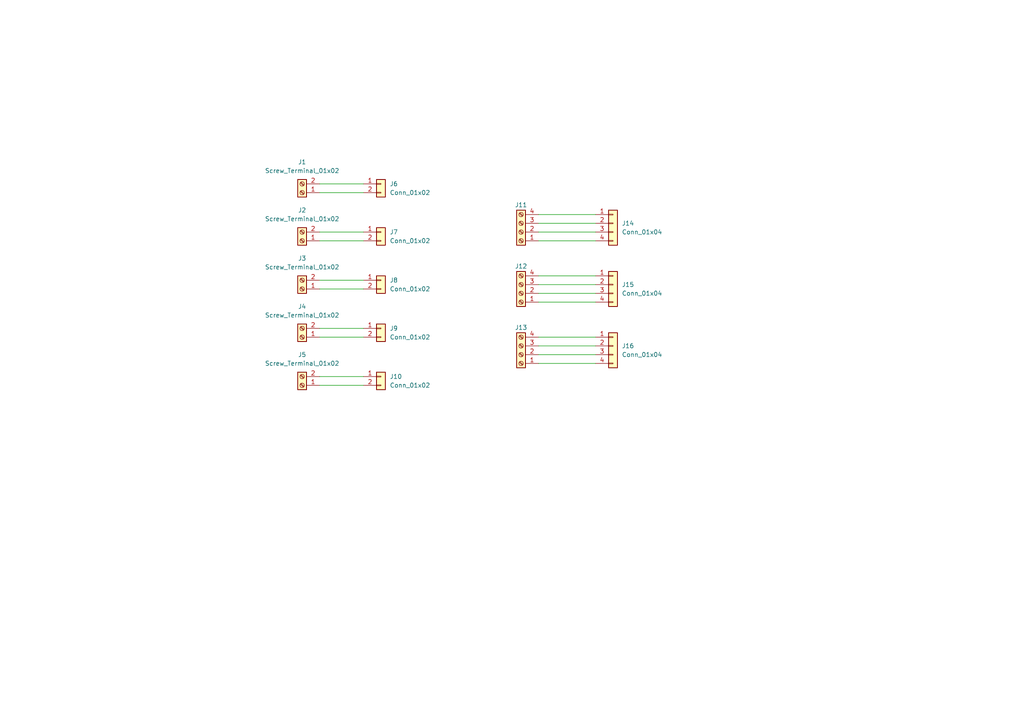
<source format=kicad_sch>
(kicad_sch (version 20250114) (generator "eeschema") (generator_version "9.0")
  (paper "A4")
  (lib_symbols
    (symbol "Connector:Screw_Terminal_01x02" (pin_names (offset 1.016) (hide yes))
      (property "Reference" "J" (at 0 2.54 0))
      (property "Value" "Screw_Terminal_01x02" (at 0 -5.08 0))
      (symbol "Screw_Terminal_01x02_1_1"
        (rectangle (start -1.27 1.27) (end 1.27 -3.81) (stroke (width 0.254)) (fill (type background)))
        (polyline (pts (xy -0.5334 0.3302) (xy 0.3302 -0.508)) (stroke (width 0.1524)))
        (polyline (pts (xy -0.5334 -2.2098) (xy 0.3302 -3.048)) (stroke (width 0.1524)))
        (polyline (pts (xy -0.3556 0.508) (xy 0.508 -0.3302)) (stroke (width 0.1524)))
        (polyline (pts (xy -0.3556 -2.032) (xy 0.508 -2.8702)) (stroke (width 0.1524)))
        (circle (center 0 0) (radius 0.635) (stroke (width 0.1524)))
        (circle (center 0 -2.54) (radius 0.635) (stroke (width 0.1524)))
        (pin passive line (at -5.08 0 0) (length 3.81) (name "Pin_1") (number "1"))
        (pin passive line (at -5.08 -2.54 0) (length 3.81) (name "Pin_2") (number "2"))
      )
    )
    (symbol "Connector:Screw_Terminal_01x04" (pin_names (offset 1.016) (hide yes))
      (property "Reference" "J" (at 0 5.08 0))
      (property "Value" "Screw_Terminal_01x04" (at 0 -7.62 0))
      (symbol "Screw_Terminal_01x04_1_1"
        (rectangle (start -1.27 3.81) (end 1.27 -6.35) (stroke (width 0.254)) (fill (type background)))
        (polyline (pts (xy -0.5334 2.8702) (xy 0.3302 2.032)) (stroke (width 0.1524)))
        (polyline (pts (xy -0.5334 0.3302) (xy 0.3302 -0.508)) (stroke (width 0.1524)))
        (polyline (pts (xy -0.5334 -2.2098) (xy 0.3302 -3.048)) (stroke (width 0.1524)))
        (polyline (pts (xy -0.5334 -4.7498) (xy 0.3302 -5.588)) (stroke (width 0.1524)))
        (polyline (pts (xy -0.3556 3.048) (xy 0.508 2.2098)) (stroke (width 0.1524)))
        (polyline (pts (xy -0.3556 0.508) (xy 0.508 -0.3302)) (stroke (width 0.1524)))
        (polyline (pts (xy -0.3556 -2.032) (xy 0.508 -2.8702)) (stroke (width 0.1524)))
        (polyline (pts (xy -0.3556 -4.572) (xy 0.508 -5.4102)) (stroke (width 0.1524)))
        (circle (center 0 2.54) (radius 0.635) (stroke (width 0.1524)))
        (circle (center 0 0) (radius 0.635) (stroke (width 0.1524)))
        (circle (center 0 -2.54) (radius 0.635) (stroke (width 0.1524)))
        (circle (center 0 -5.08) (radius 0.635) (stroke (width 0.1524)))
        (pin passive line (at -5.08 2.54 0) (length 3.81) (name "Pin_1") (number "1"))
        (pin passive line (at -5.08 0 0) (length 3.81) (name "Pin_2") (number "2"))
        (pin passive line (at -5.08 -2.54 0) (length 3.81) (name "Pin_3") (number "3"))
        (pin passive line (at -5.08 -5.08 0) (length 3.81) (name "Pin_4") (number "4"))
      )
    )
    (symbol "Connector_Generic:Conn_01x02" (pin_names (offset 1.016) (hide yes))
      (property "Reference" "J" (at 0 2.54 0))
      (property "Value" "Conn_01x02" (at 0 -5.08 0))
      (symbol "Conn_01x02_1_1"
        (rectangle (start -1.27 1.27) (end 1.27 -3.81) (stroke (width 0.254)) (fill (type background)))
        (rectangle (start -1.27 0.127) (end 0 -0.127) (stroke (width 0.1524)))
        (rectangle (start -1.27 -2.413) (end 0 -2.667) (stroke (width 0.1524)))
        (pin passive line (at -5.08 0 0) (length 3.81) (name "Pin_1") (number "1"))
        (pin passive line (at -5.08 -2.54 0) (length 3.81) (name "Pin_2") (number "2"))
      )
    )
    (symbol "Connector_Generic:Conn_01x04" (pin_names (offset 1.016) (hide yes))
      (property "Reference" "J" (at 0 5.08 0))
      (property "Value" "Conn_01x04" (at 0 -7.62 0))
      (symbol "Conn_01x04_1_1"
        (rectangle (start -1.27 3.81) (end 1.27 -6.35) (stroke (width 0.254)) (fill (type background)))
        (rectangle (start -1.27 2.667) (end 0 2.413) (stroke (width 0.1524)))
        (rectangle (start -1.27 0.127) (end 0 -0.127) (stroke (width 0.1524)))
        (rectangle (start -1.27 -2.413) (end 0 -2.667) (stroke (width 0.1524)))
        (rectangle (start -1.27 -4.953) (end 0 -5.207) (stroke (width 0.1524)))
        (pin passive line (at -5.08 2.54 0) (length 3.81) (name "Pin_1") (number "1"))
        (pin passive line (at -5.08 0 0) (length 3.81) (name "Pin_2") (number "2"))
        (pin passive line (at -5.08 -2.54 0) (length 3.81) (name "Pin_3") (number "3"))
        (pin passive line (at -5.08 -5.08 0) (length 3.81) (name "Pin_4") (number "4"))
      )
    )
  )
  (wire (pts (xy 92.71 55.88) (xy 105.41 55.88)))
  (wire (pts (xy 156.21 100.33) (xy 172.72 100.33)))
  (wire (pts (xy 156.21 105.41) (xy 172.72 105.41)))
  (wire (pts (xy 156.21 62.23) (xy 172.72 62.23)))
  (wire (pts (xy 92.71 69.85) (xy 105.41 69.85)))
  (wire (pts (xy 156.21 80.01) (xy 172.72 80.01)))
  (wire (pts (xy 92.71 83.82) (xy 105.41 83.82)))
  (wire (pts (xy 156.21 64.77) (xy 172.72 64.77)))
  (wire (pts (xy 92.71 109.22) (xy 105.41 109.22)))
  (wire (pts (xy 92.71 97.79) (xy 105.41 97.79)))
  (wire (pts (xy 92.71 95.25) (xy 105.41 95.25)))
  (wire (pts (xy 92.71 111.76) (xy 105.41 111.76)))
  (wire (pts (xy 156.21 85.09) (xy 172.72 85.09)))
  (wire (pts (xy 156.21 102.87) (xy 172.72 102.87)))
  (wire (pts (xy 156.21 97.79) (xy 172.72 97.79)))
  (wire (pts (xy 156.21 67.31) (xy 172.72 67.31)))
  (wire (pts (xy 92.71 67.31) (xy 105.41 67.31)))
  (wire (pts (xy 92.71 53.34) (xy 105.41 53.34)))
  (wire (pts (xy 156.21 87.63) (xy 172.72 87.63)))
  (wire (pts (xy 156.21 69.85) (xy 172.72 69.85)))
  (wire (pts (xy 156.21 82.55) (xy 172.72 82.55)))
  (wire (pts (xy 92.71 81.28) (xy 105.41 81.28)))
  (symbol (lib_id "Connector_Generic:Conn_01x02") (at 110.49 53.34 0) (unit 1)
    (property "Reference" "J6" (at 113.03 53.3399 0) (effects (justify left)))
    (property "Value" "Conn_01x02" (at 113.03 55.8799 0) (effects (justify left)))
    (property "Footprint" "Connector_Molex:Molex_Pico-Lock_205338-0002_1x02-1MP_P2.00mm_Horizontal" (effects (hide yes)))
    (property "Description" "Generic connector, single row, 01x02, script generated (kicad-library-utils/schlib/autogen/connector/)" (effects (hide yes)))
  )
  (symbol (lib_id "Connector_Generic:Conn_01x02") (at 110.49 109.22 0) (unit 1)
    (property "Reference" "J10" (at 113.03 109.2199 0) (effects (justify left)))
    (property "Value" "Conn_01x02" (at 113.03 111.7599 0) (effects (justify left)))
    (property "Footprint" "Connector_Molex:Molex_Pico-Lock_205338-0002_1x02-1MP_P2.00mm_Horizontal" (effects (hide yes)))
    (property "Description" "Generic connector, single row, 01x02, script generated (kicad-library-utils/schlib/autogen/connector/)" (effects (hide yes)))
  )
  (symbol (lib_id "Connector_Generic:Conn_01x04") (at 177.8 82.55 0) (unit 1)
    (property "Reference" "J15" (at 180.34 82.5499 0) (effects (justify left)))
    (property "Value" "Conn_01x04" (at 180.34 85.0899 0) (effects (justify left)))
    (property "Footprint" "Connector_Molex:Molex_Pico-Lock_205338-0004_1x04-1MP_P2.00mm_Horizontal" (effects (hide yes)))
    (property "Description" "Generic connector, single row, 01x04, script generated (kicad-library-utils/schlib/autogen/connector/)" (effects (hide yes)))
  )
  (symbol (lib_id "Connector:Screw_Terminal_01x02") (at 87.63 83.82 180) (unit 1)
    (property "Reference" "J3" (at 87.63 74.93 0))
    (property "Value" "Screw_Terminal_01x02" (at 87.63 77.47 0))
    (property "Footprint" "TerminalBlock_Phoenix:TerminalBlock_Phoenix_PT-1,5-2-3.5-H_1x02_P3.50mm_Horizontal" (effects (hide yes)))
    (property "Description" "Generic screw terminal, single row, 01x02, script generated (kicad-library-utils/schlib/autogen/connector/)" (effects (hide yes)))
  )
  (symbol (lib_id "Connector_Generic:Conn_01x02") (at 110.49 95.25 0) (unit 1)
    (property "Reference" "J9" (at 113.03 95.2499 0) (effects (justify left)))
    (property "Value" "Conn_01x02" (at 113.03 97.7899 0) (effects (justify left)))
    (property "Footprint" "Connector_Molex:Molex_Pico-Lock_205338-0002_1x02-1MP_P2.00mm_Horizontal" (effects (hide yes)))
    (property "Description" "Generic connector, single row, 01x02, script generated (kicad-library-utils/schlib/autogen/connector/)" (effects (hide yes)))
  )
  (symbol (lib_id "Connector_Generic:Conn_01x04") (at 177.8 64.77 0) (unit 1)
    (property "Reference" "J14" (at 180.34 64.7699 0) (effects (justify left)))
    (property "Value" "Conn_01x04" (at 180.34 67.3099 0) (effects (justify left)))
    (property "Footprint" "Connector_Molex:Molex_Pico-Lock_205338-0004_1x04-1MP_P2.00mm_Horizontal" (effects (hide yes)))
    (property "Description" "Generic connector, single row, 01x04, script generated (kicad-library-utils/schlib/autogen/connector/)" (effects (hide yes)))
  )
  (symbol (lib_id "Connector:Screw_Terminal_01x02") (at 87.63 55.88 180) (unit 1)
    (property "Reference" "J1" (at 87.63 46.99 0))
    (property "Value" "Screw_Terminal_01x02" (at 87.63 49.53 0))
    (property "Footprint" "TerminalBlock_Phoenix:TerminalBlock_Phoenix_PT-1,5-2-3.5-H_1x02_P3.50mm_Horizontal" (effects (hide yes)))
    (property "Description" "Generic screw terminal, single row, 01x02, script generated (kicad-library-utils/schlib/autogen/connector/)" (effects (hide yes)))
  )
  (symbol (lib_id "Connector:Screw_Terminal_01x04") (at 151.13 85.09 180) (unit 1)
    (property "Reference" "J12" (at 151.13 77.216 0))
    (property "Value" "Screw_Terminal_01x04" (effects (hide yes)))
    (property "Footprint" "TerminalBlock_Phoenix:TerminalBlock_Phoenix_PT-1,5-4-3.5-H_1x04_P3.50mm_Horizontal" (effects (hide yes)))
    (property "Description" "Generic screw terminal, single row, 01x04, script generated (kicad-library-utils/schlib/autogen/connector/)" (effects (hide yes)))
  )
  (symbol (lib_id "Connector_Generic:Conn_01x04") (at 177.8 100.33 0) (unit 1)
    (property "Reference" "J16" (at 180.34 100.3299 0) (effects (justify left)))
    (property "Value" "Conn_01x04" (at 180.34 102.8699 0) (effects (justify left)))
    (property "Footprint" "Connector_Molex:Molex_Pico-Lock_205338-0004_1x04-1MP_P2.00mm_Horizontal" (effects (hide yes)))
    (property "Description" "Generic connector, single row, 01x04, script generated (kicad-library-utils/schlib/autogen/connector/)" (effects (hide yes)))
  )
  (symbol (lib_id "Connector:Screw_Terminal_01x02") (at 87.63 111.76 180) (unit 1)
    (property "Reference" "J5" (at 87.63 102.87 0))
    (property "Value" "Screw_Terminal_01x02" (at 87.63 105.41 0))
    (property "Footprint" "TerminalBlock_Phoenix:TerminalBlock_Phoenix_PT-1,5-2-3.5-H_1x02_P3.50mm_Horizontal" (effects (hide yes)))
    (property "Description" "Generic screw terminal, single row, 01x02, script generated (kicad-library-utils/schlib/autogen/connector/)" (effects (hide yes)))
  )
  (symbol (lib_id "Connector_Generic:Conn_01x02") (at 110.49 81.28 0) (unit 1)
    (property "Reference" "J8" (at 113.03 81.2799 0) (effects (justify left)))
    (property "Value" "Conn_01x02" (at 113.03 83.8199 0) (effects (justify left)))
    (property "Footprint" "Connector_Molex:Molex_Pico-Lock_205338-0002_1x02-1MP_P2.00mm_Horizontal" (effects (hide yes)))
    (property "Description" "Generic connector, single row, 01x02, script generated (kicad-library-utils/schlib/autogen/connector/)" (effects (hide yes)))
  )
  (symbol (lib_id "Connector_Generic:Conn_01x02") (at 110.49 67.31 0) (unit 1)
    (property "Reference" "J7" (at 113.03 67.3099 0) (effects (justify left)))
    (property "Value" "Conn_01x02" (at 113.03 69.8499 0) (effects (justify left)))
    (property "Footprint" "Connector_Molex:Molex_Pico-Lock_205338-0002_1x02-1MP_P2.00mm_Horizontal" (effects (hide yes)))
    (property "Description" "Generic connector, single row, 01x02, script generated (kicad-library-utils/schlib/autogen/connector/)" (effects (hide yes)))
  )
  (symbol (lib_id "Connector:Screw_Terminal_01x04") (at 151.13 67.31 180) (unit 1)
    (property "Reference" "J11" (at 151.13 59.436 0))
    (property "Value" "Screw_Terminal_01x04" (effects (hide yes)))
    (property "Footprint" "TerminalBlock_Phoenix:TerminalBlock_Phoenix_PT-1,5-4-3.5-H_1x04_P3.50mm_Horizontal" (effects (hide yes)))
    (property "Description" "Generic screw terminal, single row, 01x04, script generated (kicad-library-utils/schlib/autogen/connector/)" (effects (hide yes)))
  )
  (symbol (lib_id "Connector:Screw_Terminal_01x02") (at 87.63 97.79 180) (unit 1)
    (property "Reference" "J4" (at 87.63 88.9 0))
    (property "Value" "Screw_Terminal_01x02" (at 87.63 91.44 0))
    (property "Footprint" "TerminalBlock_Phoenix:TerminalBlock_Phoenix_PT-1,5-2-3.5-H_1x02_P3.50mm_Horizontal" (effects (hide yes)))
    (property "Description" "Generic screw terminal, single row, 01x02, script generated (kicad-library-utils/schlib/autogen/connector/)" (effects (hide yes)))
  )
  (symbol (lib_id "Connector:Screw_Terminal_01x04") (at 151.13 102.87 180) (unit 1)
    (property "Reference" "J13" (at 151.13 94.996 0))
    (property "Value" "Screw_Terminal_01x04" (effects (hide yes)))
    (property "Footprint" "TerminalBlock_Phoenix:TerminalBlock_Phoenix_PT-1,5-4-3.5-H_1x04_P3.50mm_Horizontal" (effects (hide yes)))
    (property "Description" "Generic screw terminal, single row, 01x04, script generated (kicad-library-utils/schlib/autogen/connector/)" (effects (hide yes)))
  )
  (symbol (lib_id "Connector:Screw_Terminal_01x02") (at 87.63 69.85 180) (unit 1)
    (property "Reference" "J2" (at 87.63 60.96 0))
    (property "Value" "Screw_Terminal_01x02" (at 87.63 63.5 0))
    (property "Footprint" "TerminalBlock_Phoenix:TerminalBlock_Phoenix_PT-1,5-2-3.5-H_1x02_P3.50mm_Horizontal" (effects (hide yes)))
    (property "Description" "Generic screw terminal, single row, 01x02, script generated (kicad-library-utils/schlib/autogen/connector/)" (effects (hide yes)))
  )
)
</source>
